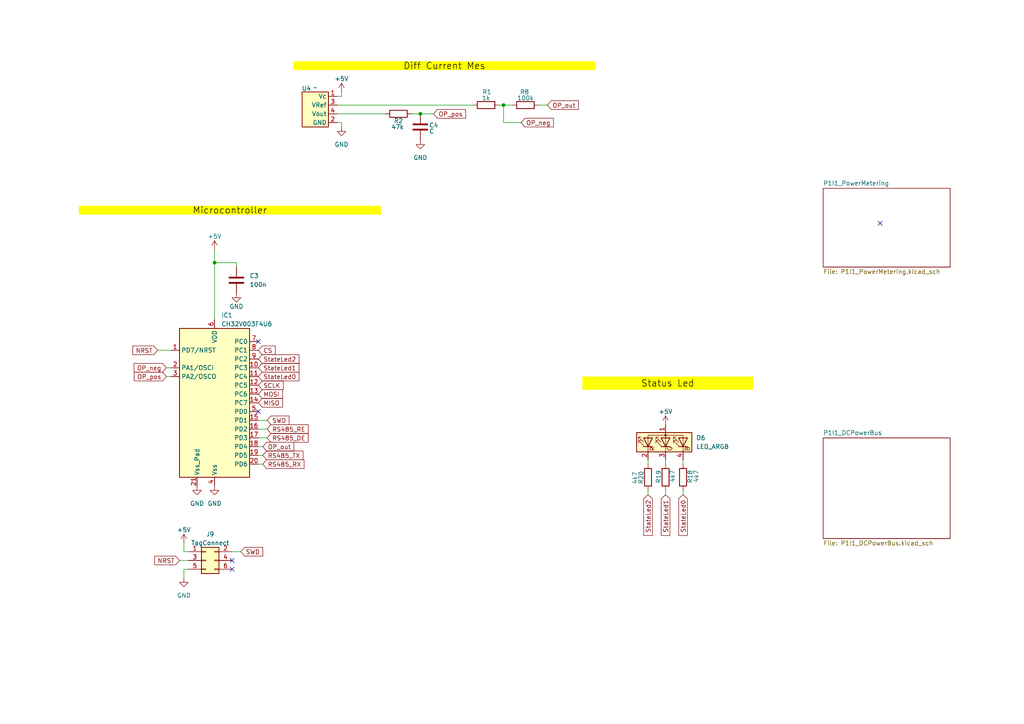
<source format=kicad_sch>
(kicad_sch (version 20231120) (generator "eeschema") (generator_version "8.0")
  (paper "A4")
  (lib_symbols
    (symbol "Connector_Generic:Conn_02x03_Odd_Even" (pin_names (offset 1.016) hide)
      (property "Reference" "J" (at 1.27 5.08 0))
      (property "Value" "Conn_02x03_Odd_Even" (at 1.27 -5.08 0))
      (symbol "Conn_02x03_Odd_Even_1_1"
        (rectangle (start -1.27 -2.413) (end 0 -2.667) (stroke (width 0.1524)))
        (rectangle (start -1.27 0.127) (end 0 -0.127) (stroke (width 0.1524)))
        (rectangle (start -1.27 2.667) (end 0 2.413) (stroke (width 0.1524)))
        (rectangle (start -1.27 3.81) (end 3.81 -3.81) (stroke (width 0.254)) (fill (type background)))
        (rectangle (start 3.81 -2.413) (end 2.54 -2.667) (stroke (width 0.1524)))
        (rectangle (start 3.81 0.127) (end 2.54 -0.127) (stroke (width 0.1524)))
        (rectangle (start 3.81 2.667) (end 2.54 2.413) (stroke (width 0.1524)))
        (pin passive line (at -5.08 2.54 0) (length 3.81) (name "Pin_1") (number "1"))
        (pin passive line (at 7.62 2.54 180) (length 3.81) (name "Pin_2") (number "2"))
        (pin passive line (at -5.08 0 0) (length 3.81) (name "Pin_3") (number "3"))
        (pin passive line (at 7.62 0 180) (length 3.81) (name "Pin_4") (number "4"))
        (pin passive line (at -5.08 -2.54 0) (length 3.81) (name "Pin_5") (number "5"))
        (pin passive line (at 7.62 -2.54 180) (length 3.81) (name "Pin_6") (number "6"))
      )
    )
    (symbol "Device:C" (pin_numbers hide) (pin_names (offset 0.254))
      (property "Reference" "C" (at 0.635 2.54 0))
      (property "Value" "C" (at 0.635 -2.54 0))
      (symbol "C_0_1"
        (polyline (pts (xy -2.032 -0.762) (xy 2.032 -0.762)) (stroke (width 0.508)))
        (polyline (pts (xy -2.032 0.762) (xy 2.032 0.762)) (stroke (width 0.508)))
      )
      (symbol "C_1_1"
        (pin passive line (at 0 3.81 270) (length 2.794) (name "~") (number "1"))
        (pin passive line (at 0 -3.81 90) (length 2.794) (name "~") (number "2"))
      )
    )
    (symbol "Device:LED_ARGB" (pin_names (offset 0) hide)
      (property "Reference" "D" (at 0 9.398 0))
      (property "Value" "LED_ARGB" (at 0 -8.89 0))
      (symbol "LED_ARGB_0_0"
        (text "B" (at -1.905 -6.35 0) (effects (font (size 1.27 1.27))))
        (text "G" (at -1.905 -1.27 0) (effects (font (size 1.27 1.27))))
        (text "R" (at -1.905 3.81 0) (effects (font (size 1.27 1.27))))
      )
      (symbol "LED_ARGB_0_1"
        (polyline (pts (xy -1.27 -5.08) (xy -2.54 -5.08)))
        (polyline (pts (xy -1.27 -5.08) (xy 1.27 -5.08)))
        (polyline (pts (xy -1.27 -3.81) (xy -1.27 -6.35)) (stroke (width 0.254)))
        (polyline (pts (xy -1.27 0) (xy -2.54 0)))
        (polyline (pts (xy -1.27 1.27) (xy -1.27 -1.27)) (stroke (width 0.254)))
        (polyline (pts (xy -1.27 5.08) (xy -2.54 5.08)))
        (polyline (pts (xy -1.27 5.08) (xy 1.27 5.08)))
        (polyline (pts (xy -1.27 6.35) (xy -1.27 3.81)) (stroke (width 0.254)))
        (polyline (pts (xy 1.27 0) (xy -1.27 0)))
        (polyline (pts (xy 1.27 0) (xy 2.54 0)))
        (polyline (pts (xy -1.27 1.27) (xy -1.27 -1.27) (xy -1.27 -1.27)))
        (polyline (pts (xy -1.27 6.35) (xy -1.27 3.81) (xy -1.27 3.81)))
        (polyline (pts (xy 1.27 -5.08) (xy 2.032 -5.08) (xy 2.032 5.08) (xy 1.27 5.08)))
        (polyline (pts (xy 1.27 -3.81) (xy 1.27 -6.35) (xy -1.27 -5.08) (xy 1.27 -3.81)) (stroke (width 0.254)))
        (polyline (pts (xy 1.27 1.27) (xy 1.27 -1.27) (xy -1.27 0) (xy 1.27 1.27)) (stroke (width 0.254)))
        (polyline (pts (xy 1.27 6.35) (xy 1.27 3.81) (xy -1.27 5.08) (xy 1.27 6.35)) (stroke (width 0.254)))
        (polyline (pts (xy -1.016 -3.81) (xy 0.508 -2.286) (xy -0.254 -2.286) (xy 0.508 -2.286) (xy 0.508 -3.048)))
        (polyline (pts (xy -1.016 1.27) (xy 0.508 2.794) (xy -0.254 2.794) (xy 0.508 2.794) (xy 0.508 2.032)))
        (polyline (pts (xy -1.016 6.35) (xy 0.508 7.874) (xy -0.254 7.874) (xy 0.508 7.874) (xy 0.508 7.112)))
        (polyline (pts (xy 0 -3.81) (xy 1.524 -2.286) (xy 0.762 -2.286) (xy 1.524 -2.286) (xy 1.524 -3.048)))
        (polyline (pts (xy 0 1.27) (xy 1.524 2.794) (xy 0.762 2.794) (xy 1.524 2.794) (xy 1.524 2.032)))
        (polyline (pts (xy 0 6.35) (xy 1.524 7.874) (xy 0.762 7.874) (xy 1.524 7.874) (xy 1.524 7.112)))
        (rectangle (start 1.27 -1.27) (end 1.27 1.27))
        (rectangle (start 1.27 1.27) (end 1.27 1.27))
        (rectangle (start 1.27 3.81) (end 1.27 6.35))
        (rectangle (start 1.27 6.35) (end 1.27 6.35))
        (circle (center 2.032 0) (radius 0.254) (fill (type outline)))
        (rectangle (start 2.794 8.382) (end -2.794 -7.62) (stroke (width 0.254)) (fill (type background)))
      )
      (symbol "LED_ARGB_1_1"
        (pin passive line (at 5.08 0 180) (length 2.54) (name "A") (number "1"))
        (pin passive line (at -5.08 5.08 0) (length 2.54) (name "RK") (number "2"))
        (pin passive line (at -5.08 0 0) (length 2.54) (name "GK") (number "3"))
        (pin passive line (at -5.08 -5.08 0) (length 2.54) (name "BK") (number "4"))
      )
    )
    (symbol "Device:R" (pin_numbers hide) (pin_names (offset 0))
      (property "Reference" "R" (at 2.032 0 90))
      (property "Value" "R" (at 0 0 90))
      (symbol "R_0_1"
        (rectangle (start -1.016 -2.54) (end 1.016 2.54) (stroke (width 0.254)))
      )
      (symbol "R_1_1"
        (pin passive line (at 0 3.81 270) (length 1.27) (name "~") (number "1"))
        (pin passive line (at 0 -3.81 90) (length 1.27) (name "~") (number "2"))
      )
    )
    (symbol "Techbeard:T60404-N4646-X950"
      (property "Reference" "U" (at -3.302 6.096 0))
      (symbol "T60404-N4646-X950_0_1"
        (rectangle (start -3.81 5.08) (end 3.81 -5.08) (stroke (width 0.254)) (fill (type background)))
      )
      (symbol "T60404-N4646-X950_1_1"
        (pin passive line (at 6.35 3.81 180) (length 2.54) (name "Vc") (number "1"))
        (pin passive line (at 6.35 -3.81 180) (length 2.54) (name "GND") (number "2"))
        (pin passive line (at 6.35 1.27 180) (length 2.54) (name "VRef") (number "3"))
        (pin passive line (at 6.35 -1.27 180) (length 2.54) (name "Vout") (number "4"))
      )
    )
    (symbol "WCH:CH32V003F4U6"
      (property "Reference" "IC" (at 6.35 8.89 0))
      (property "Value" "CH32V003F4U6" (at 12.7 6.35 0))
      (symbol "CH32V003F4U6_1_1"
        (rectangle (start -10.16 5.08) (end 10.16 -38.1) (stroke (width 0.254)) (fill (type background)))
        (pin input line (at -12.7 -1.27 0) (length 2.54) (name "PD7/NRST") (number "1"))
        (pin input line (at 12.7 -6.35 180) (length 2.54) (name "PC3") (number "10"))
        (pin input line (at 12.7 -8.89 180) (length 2.54) (name "PC4") (number "11"))
        (pin input line (at 12.7 -11.43 180) (length 2.54) (name "PC5") (number "12"))
        (pin input line (at 12.7 -13.97 180) (length 2.54) (name "PC6") (number "13"))
        (pin input line (at 12.7 -16.51 180) (length 2.54) (name "PC7") (number "14"))
        (pin input line (at 12.7 -21.59 180) (length 2.54) (name "PD1") (number "15"))
        (pin input line (at 12.7 -24.13 180) (length 2.54) (name "PD2") (number "16"))
        (pin input line (at 12.7 -26.67 180) (length 2.54) (name "PD3") (number "17"))
        (pin input line (at 12.7 -29.21 180) (length 2.54) (name "PD4") (number "18"))
        (pin input line (at 12.7 -31.75 180) (length 2.54) (name "PD5") (number "19"))
        (pin input line (at -12.7 -6.35 0) (length 2.54) (name "PA1/OSCI") (number "2"))
        (pin input line (at 12.7 -34.29 180) (length 2.54) (name "PD6") (number "20"))
        (pin input line (at -5.08 -40.64 90) (length 2.54) (name "Vss_Pad") (number "21"))
        (pin input line (at -12.7 -8.89 0) (length 2.54) (name "PA2/OSCO") (number "3"))
        (pin input line (at 0 -40.64 90) (length 2.54) (name "Vss") (number "4"))
        (pin input line (at 12.7 -19.05 180) (length 2.54) (name "PD0") (number "5"))
        (pin input line (at 0 7.62 270) (length 2.54) (name "VDD") (number "6"))
        (pin input line (at 12.7 1.27 180) (length 2.54) (name "PC0") (number "7"))
        (pin input line (at 12.7 -1.27 180) (length 2.54) (name "PC1") (number "8"))
        (pin input line (at 12.7 -3.81 180) (length 2.54) (name "PC2") (number "9"))
      )
    )
    (symbol "power:+5V" (power) (pin_names (offset 0))
      (property "Value" "+5V" (at 0 3.556 0))
      (symbol "+5V_0_1"
        (polyline (pts (xy -0.762 1.27) (xy 0 2.54)))
        (polyline (pts (xy 0 0) (xy 0 2.54)))
        (polyline (pts (xy 0 2.54) (xy 0.762 1.27)))
      )
      (symbol "+5V_1_1"
        (pin power_in line (at 0 0 90) (length 0) hide (name "+5V") (number "1"))
      )
    )
    (symbol "power:GND" (power) (pin_names (offset 0))
      (property "Value" "GND" (at 0 -3.81 0))
      (symbol "GND_0_1"
        (polyline (pts (xy 0 0) (xy 0 -1.27) (xy 1.27 -1.27) (xy 0 -2.54) (xy -1.27 -1.27) (xy 0 -1.27)))
      )
      (symbol "GND_1_1"
        (pin power_in line (at 0 0 270) (length 0) hide (name "GND") (number "1"))
      )
    )
  )
  (junction (at 62.23 76.2))
  (junction (at 121.92 33.02))
  (junction (at 146.05 30.48))
  (no_connect (at 74.93 119.38))
  (no_connect (at 74.93 99.06))
  (no_connect (at 67.31 165.1))
  (no_connect (at 67.31 162.56))
  (no_connect (at 255.27 64.77))
  (wire (pts (xy 53.34 167.64) (xy 53.34 165.1)))
  (wire (pts (xy 193.04 133.35) (xy 193.04 134.62)))
  (wire (pts (xy 52.07 162.56) (xy 54.61 162.56)))
  (wire (pts (xy 53.34 157.48) (xy 53.34 160.02)))
  (wire (pts (xy 99.06 35.56) (xy 99.06 36.83)))
  (wire (pts (xy 45.72 101.6) (xy 49.53 101.6)))
  (wire (pts (xy 187.96 133.35) (xy 187.96 134.62)))
  (wire (pts (xy 76.2 134.62) (xy 74.93 134.62)))
  (wire (pts (xy 48.26 106.68) (xy 49.53 106.68)))
  (wire (pts (xy 97.79 30.48) (xy 137.16 30.48)))
  (wire (pts (xy 74.93 129.54) (xy 76.2 129.54)))
  (wire (pts (xy 68.58 77.47) (xy 68.58 76.2)))
  (wire (pts (xy 76.2 132.08) (xy 74.93 132.08)))
  (wire (pts (xy 198.12 133.35) (xy 198.12 134.62)))
  (wire (pts (xy 67.31 160.02) (xy 69.85 160.02)))
  (wire (pts (xy 198.12 142.24) (xy 198.12 143.51)))
  (wire (pts (xy 97.79 27.94) (xy 99.06 27.94)))
  (wire (pts (xy 146.05 35.56) (xy 146.05 30.48)))
  (wire (pts (xy 53.34 160.02) (xy 54.61 160.02)))
  (wire (pts (xy 62.23 76.2) (xy 68.58 76.2)))
  (wire (pts (xy 53.34 165.1) (xy 54.61 165.1)))
  (wire (pts (xy 74.93 124.46) (xy 77.47 124.46)))
  (wire (pts (xy 62.23 76.2) (xy 62.23 92.71)))
  (wire (pts (xy 121.92 33.02) (xy 125.73 33.02)))
  (wire (pts (xy 99.06 35.56) (xy 97.79 35.56)))
  (wire (pts (xy 74.93 127) (xy 77.47 127)))
  (wire (pts (xy 119.38 33.02) (xy 121.92 33.02)))
  (wire (pts (xy 74.93 121.92) (xy 77.47 121.92)))
  (wire (pts (xy 187.96 142.24) (xy 187.96 143.51)))
  (wire (pts (xy 193.04 142.24) (xy 193.04 143.51)))
  (wire (pts (xy 144.78 30.48) (xy 146.05 30.48)))
  (wire (pts (xy 99.06 27.94) (xy 99.06 26.67)))
  (wire (pts (xy 97.79 33.02) (xy 111.76 33.02)))
  (wire (pts (xy 156.21 30.48) (xy 158.75 30.48)))
  (wire (pts (xy 48.26 109.22) (xy 49.53 109.22)))
  (wire (pts (xy 151.13 35.56) (xy 146.05 35.56)))
  (wire (pts (xy 146.05 30.48) (xy 148.59 30.48)))
  (wire (pts (xy 62.23 72.39) (xy 62.23 76.2)))
  (text_box "Status Led" (at 168.91 109.22 0) (size 49.53 3.81) (stroke (width -0.0001)) (fill (type color) (color 255 255 0 1)) (effects (font (size 1.905 1.905))))
  (text_box "Microcontroller" (at 22.86 59.69 0) (size 87.63 2.54) (stroke (width -0.0001)) (fill (type color) (color 255 255 0 1)) (effects (font (size 1.905 1.905))))
  (text_box "Diff Current Mes" (at 85.09 17.78 0) (size 87.63 2.54) (stroke (width -0.0001)) (fill (type color) (color 255 255 0 1)) (effects (font (size 1.905 1.905))))
  (global_label "StateLed1" (shape input) (at 193.04 143.51 270) (property "Intersheetrefs" "${INTERSHEET_REFS}" (effects (hide yes))))
  (global_label "RS485_RX" (shape input) (at 76.2 134.62 0) (property "Intersheetrefs" "${INTERSHEET_REFS}" (effects (hide yes))))
  (global_label "OP_pos" (shape input) (at 125.73 33.02 0) (property "Intersheetrefs" "${INTERSHEET_REFS}" (effects (hide yes))))
  (global_label "MOSI" (shape input) (at 74.93 114.3 0) (property "Intersheetrefs" "${INTERSHEET_REFS}" (effects (hide yes))))
  (global_label "StateLed0" (shape input) (at 198.12 143.51 270) (property "Intersheetrefs" "${INTERSHEET_REFS}" (effects (hide yes))))
  (global_label "NRST" (shape input) (at 52.07 162.56 180) (property "Intersheetrefs" "${INTERSHEET_REFS}" (effects (hide yes))))
  (global_label "SWD" (shape input) (at 69.85 160.02 0) (property "Intersheetrefs" "${INTERSHEET_REFS}" (effects (hide yes))))
  (global_label "StateLed2" (shape input) (at 187.96 143.51 270) (property "Intersheetrefs" "${INTERSHEET_REFS}" (effects (hide yes))))
  (global_label "OP_out" (shape input) (at 76.2 129.54 0) (property "Intersheetrefs" "${INTERSHEET_REFS}" (effects (hide yes))))
  (global_label "RS485_DE" (shape input) (at 77.47 127 0) (property "Intersheetrefs" "${INTERSHEET_REFS}" (effects (hide yes))))
  (global_label "OP_pos" (shape input) (at 48.26 109.22 180) (property "Intersheetrefs" "${INTERSHEET_REFS}" (effects (hide yes))))
  (global_label "StateLed2" (shape input) (at 74.93 104.14 0) (property "Intersheetrefs" "${INTERSHEET_REFS}" (effects (hide yes))))
  (global_label "OP_out" (shape input) (at 158.75 30.48 0) (property "Intersheetrefs" "${INTERSHEET_REFS}" (effects (hide yes))))
  (global_label "StateLed0" (shape input) (at 74.93 109.22 0) (property "Intersheetrefs" "${INTERSHEET_REFS}" (effects (hide yes))))
  (global_label "CS" (shape input) (at 74.93 101.6 0) (property "Intersheetrefs" "${INTERSHEET_REFS}" (effects (hide yes))))
  (global_label "StateLed1" (shape input) (at 74.93 106.68 0) (property "Intersheetrefs" "${INTERSHEET_REFS}" (effects (hide yes))))
  (global_label "MISO" (shape input) (at 74.93 116.84 0) (property "Intersheetrefs" "${INTERSHEET_REFS}" (effects (hide yes))))
  (global_label "OP_neg" (shape input) (at 151.13 35.56 0) (property "Intersheetrefs" "${INTERSHEET_REFS}" (effects (hide yes))))
  (global_label "NRST" (shape input) (at 45.72 101.6 180) (property "Intersheetrefs" "${INTERSHEET_REFS}" (effects (hide yes))))
  (global_label "SCLK" (shape input) (at 74.93 111.76 0) (property "Intersheetrefs" "${INTERSHEET_REFS}" (effects (hide yes))))
  (global_label "SWD" (shape input) (at 77.47 121.92 0) (property "Intersheetrefs" "${INTERSHEET_REFS}" (effects (hide yes))))
  (global_label "RS485_TX" (shape input) (at 76.2 132.08 0) (property "Intersheetrefs" "${INTERSHEET_REFS}" (effects (hide yes))))
  (global_label "OP_neg" (shape input) (at 48.26 106.68 180) (property "Intersheetrefs" "${INTERSHEET_REFS}" (effects (hide yes))))
  (global_label "RS485_RE" (shape input) (at 77.47 124.46 0) (property "Intersheetrefs" "${INTERSHEET_REFS}" (effects (hide yes))))
  (symbol (lib_id "power:GND") (at 62.23 140.97 0) (unit 1)
    (property "Reference" "#PWR014" (effects (hide yes)))
    (property "Value" "GND" (at 62.23 146.05 0))
  )
  (symbol (lib_id "Device:R") (at 115.57 33.02 90) (unit 1)
    (property "Reference" "R2" (at 115.57 35.052 90))
    (property "Value" "47k" (at 115.316 36.83 90))
    (property "Footprint" "Resistor_SMD:R_0402_1005Metric" (effects (hide yes)))
    (property "Description" "Resistor" (effects (hide yes)))
  )
  (symbol (lib_id "power:GND") (at 57.15 140.97 0) (unit 1)
    (property "Reference" "#PWR012" (effects (hide yes)))
    (property "Value" "GND" (at 57.15 146.05 0))
  )
  (symbol (lib_id "power:+5V") (at 62.23 72.39 0) (unit 1)
    (property "Reference" "#PWR013" (effects (hide yes)))
    (property "Value" "+5V" (at 62.23 68.58 0))
  )
  (symbol (lib_id "Device:R") (at 193.04 138.43 0) (unit 1)
    (property "Reference" "R19" (at 191.008 140.208 90) (effects (justify left)))
    (property "Value" "4k7" (at 195.072 139.954 90) (effects (justify left)))
    (property "Footprint" "Resistor_SMD:R_0402_1005Metric" (effects (hide yes)))
    (property "Description" "Resistor" (effects (hide yes)))
  )
  (symbol (lib_id "Device:C") (at 68.58 81.28 0) (unit 1)
    (property "Reference" "C3" (at 72.39 80.0099 0) (effects (justify left)))
    (property "Value" "100n" (at 72.39 82.5499 0) (effects (justify left)))
    (property "Footprint" "Capacitor_SMD:C_0402_1005Metric" (effects (hide yes)))
  )
  (symbol (lib_id "Connector_Generic:Conn_02x03_Odd_Even") (at 59.69 162.56 0) (unit 1)
    (property "Reference" "J9" (at 60.96 154.94 0))
    (property "Value" "TagConnect" (at 60.96 157.48 0))
    (property "Footprint" "Connector:Tag-Connect_TC2030-IDC-NL_2x03_P1.27mm_Vertical" (effects (hide yes)))
  )
  (symbol (lib_id "power:GND") (at 68.58 85.09 0) (unit 1)
    (property "Reference" "#PWR015" (effects (hide yes)))
    (property "Value" "GND" (at 68.58 88.9 0))
  )
  (symbol (lib_id "Techbeard:T60404-N4646-X950") (at 91.44 31.75 0) (unit 1)
    (property "Reference" "U4" (at 88.9 25.654 0))
    (property "Value" "~" (at 91.44 25.4 0))
    (property "Footprint" "Techbeard:VACDiff" (effects (hide yes)))
  )
  (symbol (lib_id "power:+5V") (at 53.34 157.48 0) (unit 1)
    (property "Reference" "#PWR018" (effects (hide yes)))
    (property "Value" "+5V" (at 53.34 153.67 0))
  )
  (symbol (lib_id "Device:R") (at 187.96 138.43 0) (unit 1)
    (property "Reference" "R20" (at 185.928 140.462 90) (effects (justify left)))
    (property "Value" "4k7" (at 184.15 140.462 90) (effects (justify left)))
    (property "Footprint" "Resistor_SMD:R_0402_1005Metric" (effects (hide yes)))
    (property "Description" "Resistor" (effects (hide yes)))
  )
  (symbol (lib_id "power:GND") (at 53.34 167.64 0) (unit 1)
    (property "Reference" "#PWR019" (effects (hide yes)))
    (property "Value" "GND" (at 53.34 172.72 0))
  )
  (symbol (lib_id "Device:LED_ARGB") (at 193.04 128.27 90) (unit 1)
    (property "Reference" "D6" (at 201.93 126.9999 90) (effects (justify right)))
    (property "Value" "LED_ARGB" (at 201.93 129.5399 90) (effects (justify right)))
    (property "Footprint" "LCSC:LED-ARRAY-SMD_MHS110FRGBCT" (effects (hide yes)))
    (property "Description" "RGB LED, anode/red/green/blue" (effects (hide yes)))
  )
  (symbol (lib_id "Device:R") (at 140.97 30.48 90) (unit 1)
    (property "Reference" "R1" (at 141.224 26.67 90))
    (property "Value" "1k" (at 140.97 28.448 90))
    (property "Footprint" "Resistor_SMD:R_0402_1005Metric" (effects (hide yes)))
    (property "Description" "Resistor" (effects (hide yes)))
  )
  (symbol (lib_id "Device:R") (at 198.12 138.43 0) (unit 1)
    (property "Reference" "R18" (at 200.152 140.208 90) (effects (justify left)))
    (property "Value" "4k7" (at 201.93 139.954 90) (effects (justify left)))
    (property "Footprint" "Resistor_SMD:R_0402_1005Metric" (effects (hide yes)))
    (property "Description" "Resistor" (effects (hide yes)))
  )
  (symbol (lib_id "Device:C") (at 121.92 36.83 0) (unit 1)
    (property "Reference" "C4" (at 124.46 36.322 0) (effects (justify left)))
    (property "Value" "C" (at 124.46 38.1 0) (effects (justify left)))
    (property "Footprint" "Capacitor_SMD:C_0402_1005Metric" (effects (hide yes)))
    (property "Description" "Unpolarized capacitor" (effects (hide yes)))
  )
  (symbol (lib_id "power:GND") (at 121.92 40.64 0) (unit 1)
    (property "Reference" "#PWR016" (effects (hide yes)))
    (property "Value" "GND" (at 121.92 45.72 0))
  )
  (symbol (lib_id "power:+5V") (at 99.06 26.67 0) (unit 1)
    (property "Reference" "#PWR020" (effects (hide yes)))
    (property "Value" "+5V" (at 99.06 22.86 0))
  )
  (symbol (lib_id "power:GND") (at 99.06 36.83 0) (unit 1)
    (property "Reference" "#PWR023" (effects (hide yes)))
    (property "Value" "GND" (at 99.06 41.91 0))
  )
  (symbol (lib_id "WCH:CH32V003F4U6") (at 62.23 100.33 0) (unit 1)
    (property "Reference" "IC1" (at 64.1859 91.44 0) (effects (justify left)))
    (property "Value" "CH32V003F4U6" (at 64.1859 93.98 0) (effects (justify left)))
    (property "Footprint" "Package_DFN_QFN:QFN-20-1EP_3x3mm_P0.4mm_EP1.65x1.65mm_ThermalVias" (effects (hide yes)))
  )
  (symbol (lib_id "power:+5V") (at 193.04 123.19 0) (unit 1)
    (property "Reference" "#PWR021" (effects (hide yes)))
    (property "Value" "+5V" (at 193.04 119.38 0))
  )
  (symbol (lib_id "Device:R") (at 152.4 30.48 90) (unit 1)
    (property "Reference" "R8" (at 152.146 26.67 90))
    (property "Value" "100k" (at 152.4 28.448 90))
    (property "Footprint" "Resistor_SMD:R_0402_1005Metric" (effects (hide yes)))
    (property "Description" "Resistor" (effects (hide yes)))
  )
  (sheet (at 238.76 127) (size 36.83 29.21) (stroke (width 0.1524))
    (property "Sheetname" "P1I1_DCPowerBus" (at 238.76 126.2884 0) (effects (justify left bottom)))
    (property "Sheetfile" "P1I1_DCPowerBus.kicad_sch" (at 238.76 156.7946 0) (effects (justify left top)))
  )
  (sheet (at 238.76 54.61) (size 36.83 22.86) (stroke (width 0.1524))
    (property "Sheetname" "P1I1_PowerMetering" (at 238.76 53.8984 0) (effects (justify left bottom)))
    (property "Sheetfile" "P1I1_PowerMetering.kicad_sch" (at 238.76 78.0546 0) (effects (justify left top)))
  )
)
</source>
